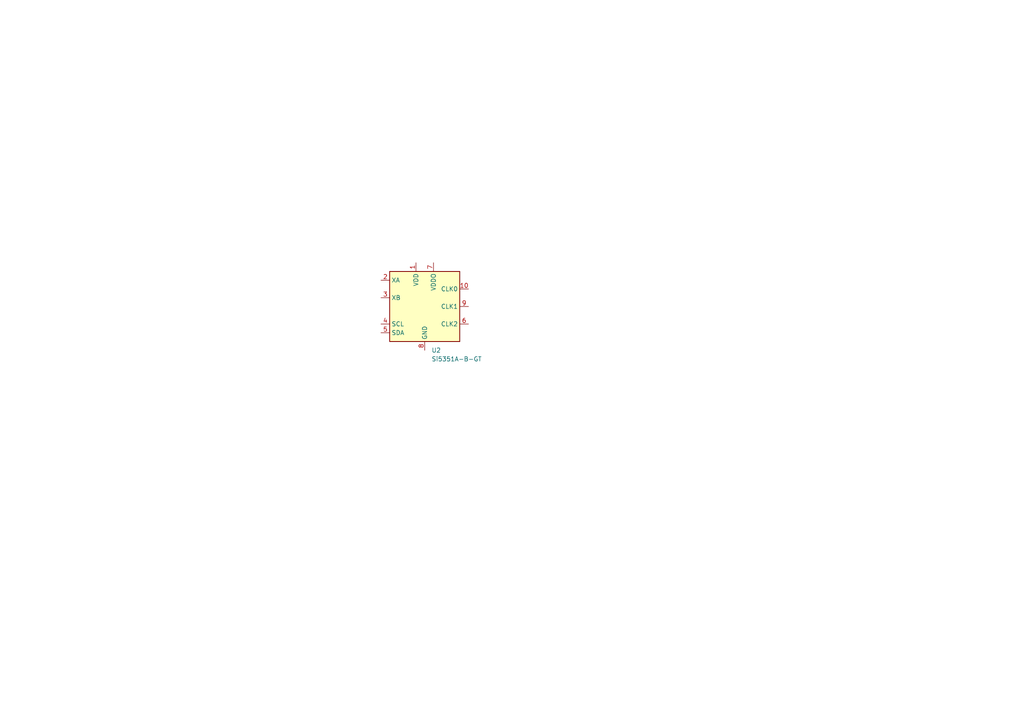
<source format=kicad_sch>
(kicad_sch (version 20230121) (generator eeschema)
  (paper "A4")
  (lib_symbols
    (symbol "Oscillator:Si5351A-B-GT"
      (property "Reference" "U" (at -8.89 11.43 0))
      (property "Value" "Si5351A-B-GT" (at -12.7 -12.7 0))
      (symbol "Si5351A-B-GT_0_1"
        (rectangle (start -10.16 10.16) (end 10.16 -10.16) (stroke (width 0.254)) (fill (type background)))
      )
      (symbol "Si5351A-B-GT_1_1"
        (pin power_in line (at -2.54 12.7 270) (length 2.54) (name "VDD") (number "1"))
        (pin output line (at 12.7 5.08 180) (length 2.54) (name "CLK0") (number "10"))
        (pin input line (at -12.7 7.62 0) (length 2.54) (name "XA") (number "2"))
        (pin input line (at -12.7 2.54 0) (length 2.54) (name "XB") (number "3"))
        (pin input line (at -12.7 -5.08 0) (length 2.54) (name "SCL") (number "4"))
        (pin bidirectional line (at -12.7 -7.62 0) (length 2.54) (name "SDA") (number "5"))
        (pin output line (at 12.7 -5.08 180) (length 2.54) (name "CLK2") (number "6"))
        (pin power_in line (at 2.54 12.7 270) (length 2.54) (name "VDDO") (number "7"))
        (pin power_in line (at 0 -12.7 90) (length 2.54) (name "GND") (number "8"))
        (pin output line (at 12.7 0 180) (length 2.54) (name "CLK1") (number "9"))
      )
    )
  )
  (symbol (lib_id "Oscillator:Si5351A-B-GT") (at 123.19 88.9 0) (unit 1)
    (property "Reference" "U2" (at 125.1459 101.6 0) (effects (justify left)))
    (property "Value" "Si5351A-B-GT" (at 125.1459 104.14 0) (effects (justify left)))
    (property "Footprint" "Package_SO:MSOP-10_3x3mm_P0.5mm" (effects hide))
    (property "Datasheet" "https://www.silabs.com/documents/public/data-sheets/Si5351-B.pdf" (effects hide))
  )
)
</source>
